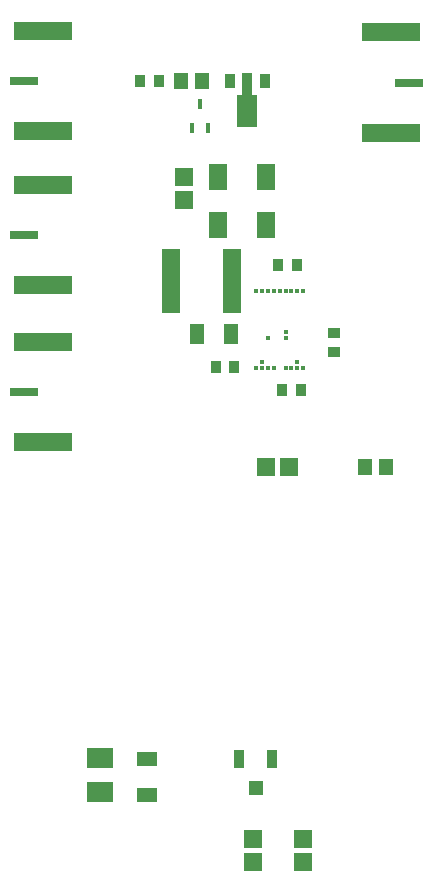
<source format=gtp>
G04 Layer_Color=8421504*
%FSLAX23Y23*%
%MOIN*%
G70*
G01*
G75*
%ADD10R,0.059X0.059*%
%ADD11R,0.037X0.039*%
%ADD12R,0.039X0.037*%
%ADD13R,0.013X0.013*%
%ADD14R,0.059X0.213*%
%ADD15R,0.061X0.087*%
%ADD16R,0.035X0.051*%
%ADD17R,0.035X0.075*%
%ADD18R,0.067X0.106*%
%ADD19R,0.193X0.063*%
%ADD20R,0.093X0.028*%
%ADD21R,0.035X0.063*%
%ADD22R,0.051X0.051*%
%ADD23R,0.045X0.057*%
%ADD24R,0.018X0.035*%
%ADD25R,0.045X0.071*%
%ADD26R,0.071X0.045*%
%ADD27R,0.089X0.071*%
%ADD28R,0.059X0.059*%
D10*
X822Y164D02*
D03*
Y242D02*
D03*
X594Y2370D02*
D03*
Y2448D02*
D03*
X991Y242D02*
D03*
Y164D02*
D03*
D11*
X510Y2768D02*
D03*
X448D02*
D03*
X699Y1814D02*
D03*
X761D02*
D03*
X983Y1736D02*
D03*
X921D02*
D03*
X971Y2155D02*
D03*
X908D02*
D03*
D12*
X1095Y1864D02*
D03*
Y1927D02*
D03*
D13*
X833Y2066D02*
D03*
X853D02*
D03*
X873D02*
D03*
X892D02*
D03*
X912D02*
D03*
X932D02*
D03*
X951D02*
D03*
X971D02*
D03*
X991D02*
D03*
X932Y1929D02*
D03*
X873Y1909D02*
D03*
X932D02*
D03*
X853Y1830D02*
D03*
X833Y1811D02*
D03*
X991D02*
D03*
X971D02*
D03*
X951D02*
D03*
X932D02*
D03*
X892D02*
D03*
X853D02*
D03*
X873D02*
D03*
X971Y1830D02*
D03*
D14*
X753Y2100D02*
D03*
X549D02*
D03*
D15*
X866Y2287D02*
D03*
Y2448D02*
D03*
X706Y2448D02*
D03*
Y2287D02*
D03*
D16*
X864Y2768D02*
D03*
X746D02*
D03*
D17*
X805Y2757D02*
D03*
D18*
Y2666D02*
D03*
D19*
X1282Y2929D02*
D03*
Y2595D02*
D03*
X123Y2935D02*
D03*
Y2601D02*
D03*
Y2421D02*
D03*
Y2087D02*
D03*
Y1898D02*
D03*
Y1564D02*
D03*
D20*
X1344Y2762D02*
D03*
X61Y2768D02*
D03*
Y2254D02*
D03*
Y1731D02*
D03*
D21*
X888Y507D02*
D03*
X778D02*
D03*
D22*
X833Y411D02*
D03*
D23*
X1266Y1482D02*
D03*
X1196D02*
D03*
X652Y2768D02*
D03*
X582D02*
D03*
D24*
X620Y2610D02*
D03*
X672D02*
D03*
X646Y2692D02*
D03*
D25*
X751Y1923D02*
D03*
X637D02*
D03*
D26*
X469Y388D02*
D03*
Y506D02*
D03*
D27*
X312Y510D02*
D03*
Y396D02*
D03*
D28*
X867Y1480D02*
D03*
X945D02*
D03*
M02*

</source>
